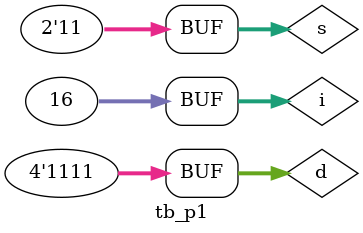
<source format=v>
module tb_p1(); 
	reg[3:0] d; 
	reg[1:0] s; 
	wire z; 
	integer i;
	p1 UUT (z, d, s);
	initial
		begin
			 #10 $monitor("D = %b", d, ", S = %b", s, "  Z, = %b", z);
		   for( i = 0; i <= 15; i = i + 1) 
			   begin
				  d = i;
				  s = 0;  
				  #10;
				  s = 1;  
				  #10;
				  s = 2;  
				  #10;
				  s = 3;  
				  #10;
				  $display("\n\n");
				end
		end
endmodule
</source>
